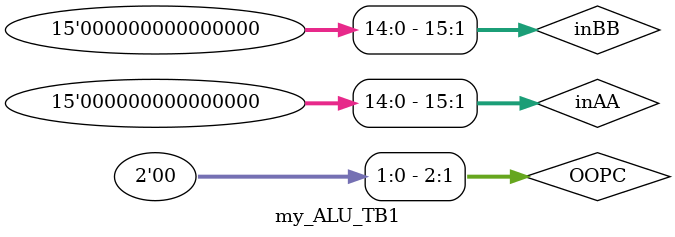
<source format=v>
`timescale 1ns/1ns
module my_ALU_TB1();
    reg [15:0] inAA;
    reg [15:0] inBB;
    reg inCC;
    reg [2:0] OOPC;
    wire [15:0] outWW;
    wire ZZer, NNeg;

    my_ALU CUT1(inAA, inBB, inCC, OOPC, outWW, ZZer, NNeg);
    initial begin
        repeat(6) begin
        inAA = $random;
        inBB = $random;
        inCC = $random;
        OOPC = $random;
        #100;
        end
    end
endmodule
</source>
